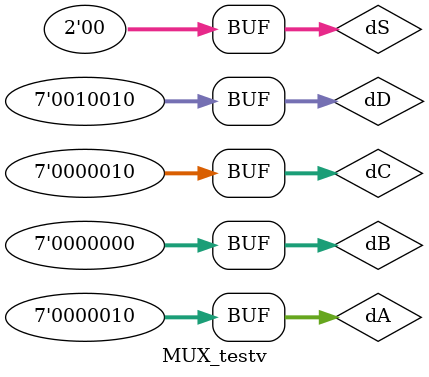
<source format=sv>
module MUX_testv;
  reg [6:0] dA,dB,dC,dD ;
  reg [1:0] dS;
  wire [6:0] dY; 
  
  MUX A1(dA,dB,dC,dD,dS,dY);
 
  initial 
    begin
      dA = 7'b0000010; dB = 7'b0000000; dC = 7'b0000010; dD = 7'b0010010; dS = 2'b00;
      #100
      dS = 2'b01;
      #100
      dS = 2'b10;
      #100
      dS = 2'b11;
      #100
      dS = 2'b00;
      #100; 
    end
 
  initial
    begin
        $dumpfile("testResults.vcd");
      $dumpvars(1,MUX_testv);
      $monitor("Time=%0d, A=%7b, B=%7b, C=%7b, D=%7b,S=%2b,Y=%7b\n",$time,dA,dB,dC,dD,dS,dY);
    end
endmodule

</source>
